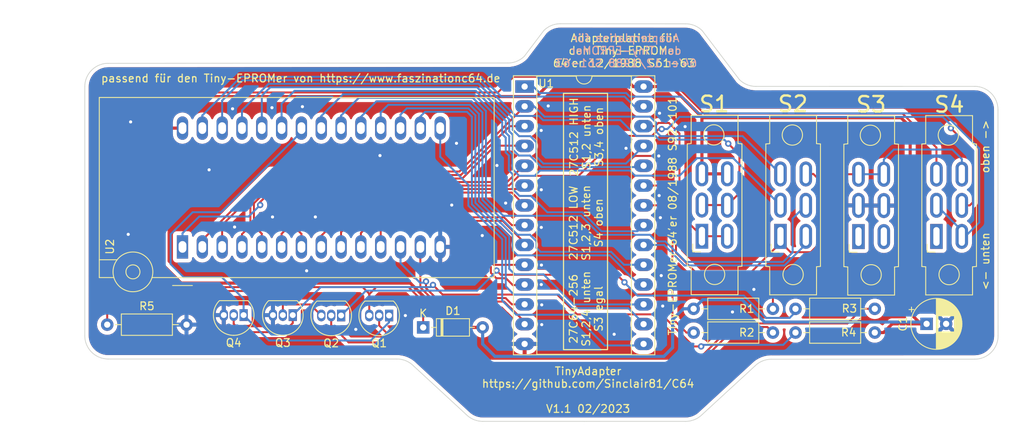
<source format=kicad_pcb>
(kicad_pcb (version 20211014) (generator pcbnew)
  (layers (0 "F.Cu" signal) (31 "B.Cu" signal) (34 "B.Paste" user) (35 "F.Paste" user) (36 "B.SilkS" user "B.Silkscreen") (37 "F.SilkS" user "F.Silkscreen") (38 "B.Mask" user) (39 "F.Mask" user) (44 "Edge.Cuts" user))
  (net 0 "")
  (net 1 "+5V")
  (net 2 "{slash}OE-512")
  (net 3 "Net-(Q2-Pad2)")
  (net 4 "Net-(Q2-Pad3)")
  (net 5 "Net-(Q2-Pad1)")
  (net 6 "GND")
  (net 7 "Net-(Q3-Pad1)")
  (net 8 "A13-256")
  (net 9 "A13-512")
  (net 10 "A11-256")
  (net 11 "A11-512")
  (net 12 "A12")
  (net 13 "{slash}CE-256")
  (net 14 "{slash}CE-512")
  (net 15 "S4B6")
  (net 16 "VPP-256")
  (net 17 "A15-512")
  (net 18 "D3")
  (net 19 "D4")
  (net 20 "A7")
  (net 21 "D5")
  (net 22 "A6")
  (net 23 "D6")
  (net 24 "A5")
  (net 25 "D7")
  (net 26 "A4")
  (net 27 "A3")
  (net 28 "A10")
  (net 29 "A2")
  (net 30 "{slash}OE-256")
  (net 31 "A1")
  (net 32 "A0")
  (net 33 "A9")
  (net 34 "D0")
  (net 35 "A8")
  (net 36 "D1")
  (net 37 "D2")
  (net 38 "A14")
  (net 39 "Net-(D1-Pad1)")
  (net 40 "Net-(Q1-Pad2)")
  (footprint "Resistor_THT:R_Axial_DIN0207_L6.3mm_D2.5mm_P10.16mm_Horizontal" (layer "F.Cu") (at 69.08032 107.8992)
    (fp_text reference "R5")
    (fp_text value "10k")
  )
  (footprint "Resistor_THT:R_Axial_DIN0207_L6.3mm_D2.5mm_P10.16mm_Horizontal" (layer "F.Cu") (at 167.4368 108.9152 180)
    (fp_text reference "R4")
    (fp_text value "10k")
  )
  (footprint "Package_TO_SOT_THT:TO-92_Inline" (layer "F.Cu") (at 92.85472 106.6756 180)
    (fp_text reference "Q3")
    (fp_text value "BC547")
  )
  (footprint "Resistor_THT:R_Axial_DIN0207_L6.3mm_D2.5mm_P10.16mm_Horizontal" (layer "F.Cu") (at 167.4368 105.8672 180)
    (fp_text reference "R3")
    (fp_text value "10k")
  )
  (footprint "Package_TO_SOT_THT:TO-92_Inline" (layer "F.Cu") (at 105.19912 106.722 180)
    (fp_text reference "Q1")
    (fp_text value "BC557")
  )
  (footprint "Capacitor_THT:CP_Radial_D6.3mm_P2.50mm" (layer "F.Cu") (at 174.077621 107.7976)
    (fp_text reference "C1")
    (fp_text value "10µF")
  )
  (footprint "Socket:DIP_Socket-28_W11.9_W12.7_W15.24_W17.78_W18.5_3M_228-1277-00-0602J-neu" (layer "F.Cu") (at 78.72592 97.9261 90)
    (fp_text reference "U2")
    (fp_text value "27C512")
  )
  (footprint "Package_TO_SOT_THT:TO-92_Inline" (layer "F.Cu") (at 86.55552 106.6712 180)
    (fp_text reference "Q4")
    (fp_text value "BC547")
  )
  (footprint "Package_TO_SOT_THT:TO-92_Inline" (layer "F.Cu") (at 99.05232 106.722 180)
    (fp_text reference "Q2")
    (fp_text value "BC547")
  )
  (footprint "Package_DIP:DIP-28_W15.24mm_Socket_LongPads" (layer "F.Cu") (at 122.56772 77.3534)
    (fp_text reference "U1")
    (fp_text value "27256")
  )
  (footprint "Button_Switch_THT:SW_E-Switch_EG1271_DPDT_neu" (layer "F.Cu") (at 176.9629 92.5815 90)
    (fp_text reference "S4")
    (fp_text value "SW_DPDT_x2")
  )
  (footprint "Button_Switch_THT:SW_E-Switch_EG1271_DPDT_neu" (layer "F.Cu") (at 146.9104 92.554 90)
    (fp_text reference "S1")
    (fp_text value "SW_DPDT_x2")
  )
  (footprint "Resistor_THT:R_Axial_DIN0207_L6.3mm_D2.5mm_P10.16mm_Horizontal" (layer "F.Cu") (at 154.3812 105.8672 180)
    (fp_text reference "R1")
    (fp_text value "1k")
  )
  (footprint "Button_Switch_THT:SW_E-Switch_EG1271_DPDT_neu" (layer "F.Cu") (at 166.9729 92.6015 90)
    (fp_text reference "S3")
    (fp_text value "SW_DPDT_x2")
  )
  (footprint "Resistor_THT:R_Axial_DIN0207_L6.3mm_D2.5mm_P10.16mm_Horizontal" (layer "F.Cu") (at 154.3812 108.9152 180)
    (fp_text reference "R2")
    (fp_text value "10k")
  )
  (footprint "Button_Switch_THT:SW_E-Switch_EG1271_DPDT_neu" (layer "F.Cu") (at 156.9729 92.5715 90)
    (fp_text reference "S2")
    (fp_text value "SW_DPDT_x2")
  )
  (footprint "Diode_THT:D_DO-35_SOD27_P7.62mm_Horizontal" (layer "F.Cu") (at 109.56792 108.2548)
    (fp_text reference "D1")
    (fp_text value "1N4148")
  )
  (gr_rect (start 127.55112 78.232) (end 133.18992 111.0996) (layer "F.SilkS") (width 0.15) (fill none))
  (gr_line (start 183.222435 80.326514) (end 183.238365 109.328286) (layer "Edge.Cuts") (width 0.1))
  (gr_arc (start 66.205584 77.3712) (mid 67.084264 75.24988) (end 69.205584 74.3712) (layer "Edge.Cuts") (width 0.1))
  (gr_line (start 120.41635 74.335083) (end 69.205584 74.3712) (layer "Edge.Cuts") (width 0.1))
  (gr_line (start 150.080912 76.453596) (end 145.321716 70.182692) (layer "Edge.Cuts") (width 0.1))
  (gr_line (start 115.079097 119.425329) (end 108.321822 113.182852) (layer "Edge.Cuts") (width 0.1))
  (gr_arc (start 106.200502 112.304172) (mid 107.348552 112.532533) (end 108.321822 113.182852) (layer "Edge.Cuts") (width 0.1))
  (gr_arc (start 183.238365 109.328286) (mid 182.359685 111.449606) (end 180.238365 112.328286) (layer "Edge.Cuts") (width 0.1))
  (gr_arc (start 143.200396 69.304012) (mid 144.348446 69.532373) (end 145.321716 70.182692) (layer "Edge.Cuts") (width 0.1))
  (gr_line (start 106.200502 112.304172) (end 69.204303 112.30474) (layer "Edge.Cuts") (width 0.1))
  (gr_line (start 152.067533 113.214054) (end 145.32172 119.42532) (layer "Edge.Cuts") (width 0.1))
  (gr_arc (start 69.204303 112.30474) (mid 67.082983 111.42606) (end 66.204303 109.30474) (layer "Edge.Cuts") (width 0.1))
  (gr_arc (start 125.020464 70.173831) (mid 125.993734 69.523512) (end 127.141784 69.295151) (layer "Edge.Cuts") (width 0.1))
  (gr_line (start 143.200396 69.304012) (end 127.141784 69.295151) (layer "Edge.Cuts") (width 0.1))
  (gr_arc (start 117.200417 120.304009) (mid 116.052367 120.075648) (end 115.079097 119.425329) (layer "Edge.Cuts") (width 0.1))
  (gr_line (start 130.2004 120.304) (end 117.2004 120.304) (layer "Edge.Cuts") (width 0.1))
  (gr_arc (start 122.53767 73.456403) (mid 121.5644 74.106722) (end 120.41635 74.335083) (layer "Edge.Cuts") (width 0.1))
  (gr_arc (start 152.067533 113.214054) (mid 153.040803 112.563736) (end 154.188853 112.335374) (layer "Edge.Cuts") (width 0.1))
  (gr_line (start 180.238365 112.328286) (end 154.188853 112.335374) (layer "Edge.Cuts") (width 0.1))
  (gr_arc (start 145.32172 119.42532) (mid 144.34845 120.075638) (end 143.2004 120.304) (layer "Edge.Cuts") (width 0.1))
  (gr_line (start 180.222435 77.326514) (end 152.202232 77.332276) (layer "Edge.Cuts") (width 0.1))
  (gr_line (start 130.2004 120.304) (end 143.2004 120.304) (layer "Edge.Cuts") (width 0.1))
  (gr_arc (start 152.202232 77.332276) (mid 151.054182 77.103915) (end 150.080912 76.453596) (layer "Edge.Cuts") (width 0.1))
  (gr_arc (start 180.222435 77.326514) (mid 182.343755 78.205194) (end 183.222435 80.326514) (layer "Edge.Cuts") (width 0.1))
  (gr_line (start 125.020464 70.173831) (end 122.53767 73.456403) (layer "Edge.Cuts") (width 0.1))
  (gr_line (start 66.205584 77.3712) (end 66.204303 109.30474) (layer "Edge.Cuts") (width 0.1))
  (gr_text "Adapterplatine für\nden Tiny-EPROMer\n64'er 12/1988 S61-63" (at 135.5852 72.7456) (layer "B.SilkS") (effects (font (size 1 1)) (justify mirror)))
  (gr_text "Tiny-EPROMer 64'er 08/1988 S92-101" (at 141.5288 93.98 90) (layer "F.SilkS") (effects (font (size 1 1))))
  (gr_text "27C64-256\nS1,2,4 unten\nS3 egal" (at 130.44672 105.8672 90) (layer "F.SilkS") (effects (font (size 1 1))))
  (gr_text "Adapterplatine für\nden Tiny-EPROMer\n64'er 12/1988 S61-63" (at 135.2804 72.7456) (layer "F.SilkS") (effects (font (size 1 1))))
  (gr_text "TinyAdapter\nhttps://github.com/Sinclair81/C64\n\nV1.1 02/2023" (at 130.7004 116.2812) (layer "F.SilkS") (effects (font (size 1 1))))
  (gr_text "27C512 LOW\nS1,2,3 unten\nS4 oben" (at 130.44672 94.8436 90) (layer "F.SilkS") (effects (font (size 1 1))))
  (gr_text "passend für den Tiny-EPROMer von https://www.faszinationc64.de" (at 93.8784 76.3016) (layer "F.SilkS") (effects (font (size 1 1))))
  (gr_text "<- unten          oben ->" (at 181.61 92.5576 90) (layer "F.SilkS") (effects (font (size 1 1))))
  (gr_text "27C512 HIGH\nS1,2 unten\nS3,4 oben" (at 130.49752 83.82 90) (layer "F.SilkS") (effects (font (size 1 1))))
  (segment (start 145.2854 88.554) (end 148.5354 88.554) (width 0.4) (layer "F.Cu") (net 1))
  (segment (start 135.74644 76.62292) (end 126.097222 76.62292) (width 0.4) (layer "F.Cu") (net 1))
  (segment (start 141.373936 77.3534) (end 137.80772 77.3534) (width 0.4) (layer "F.Cu") (net 1))
  (segment (start 113.601336 108.2548) (end 117.18792 108.2548) (width 0.4) (layer "F.Cu") (net 1))
  (segment (start 78.72592 82.6861) (end 76.10492 82.6861) (width 0.4) (layer "F.Cu") (net 1))
  (segment (start 174.077621 107.7976) (end 173.3296 107.7976) (width 0.4) (layer "F.Cu") (net 1))
  (segment (start 145.2854 81.264864) (end 145.2854 88.554) (width 0.4) (layer "F.Cu") (net 1))
  (segment (start 76.1104 80.845784) (end 76.1104 82.68062) (width 0.4) (layer "F.Cu") (net 1))
  (segment (start 145.374536 81.354) (end 143.154536 79.134) (width 0.4) (layer "F.Cu") (net 1))
  (segment (start 137.80772 77.3534) (end 136.47692 77.3534) (width 0.4) (layer "F.Cu") (net 1))
  (segment (start 173.3296 107.7976) (end 171.9704 106.4384) (width 0.4) (layer "F.Cu") (net 1))
  (segment (start 171.9704 82.534) (end 170.7904 81.354) (width 0.4) (layer "F.Cu") (net 1))
  (segment (start 107.911736 102.5652) (end 113.601336 108.2548) (width 0.4) (layer "F.Cu") (net 1))
  (segment (start 174.077621 107.7976) (end 169.672 107.7976) (width 0.4) (layer "F.Cu") (net 1))
  (segment (start 136.47692 77.3534) (end 135.74644 76.62292) (width 0.4) (layer "F.Cu") (net 1))
  (segment (start 78.553384 102.5652) (end 107.911736 102.5652) (width 0.4) (layer "F.Cu") (net 1))
  (segment (start 76.10492 82.6861) (end 76.10492 100.116736) (width 0.4) (layer "F.Cu") (net 1))
  (segment (start 76.1104 82.68062) (end 76.10492 82.6861) (width 0.4) (layer "F.Cu") (net 1))
  (segment (start 169.672 107.7976) (end 168.5544 108.9152) (width 0.4) (layer "F.Cu") (net 1))
  (segment (start 126.097222 76.62292) (end 124.081742 78.6384) (width 0.4) (layer "F.Cu") (net 1))
  (segment (start 171.9704 106.4384) (end 171.9704 82.534) (width 0.4) (layer "F.Cu") (net 1))
  (segment (start 78.317784 78.6384) (end 76.1104 80.845784) (width 0.4) (layer "F.Cu") (net 1))
  (segment (start 124.081742 78.6384) (end 78.317784 78.6384) (width 0.4) (layer "F.Cu") (net 1))
  (segment (start 76.10492 100.116736) (end 78.553384 102.5652) (width 0.4) (layer "F.Cu") (net 1))
  (segment (start 143.154536 79.134) (end 145.2854 81.264864) (width 0.4) (layer "F.Cu") (net 1))
  (segment (start 170.7904 81.354) (end 145.374536 81.354) (width 0.4) (layer "F.Cu") (net 1))
  (segment (start 168.5544 108.9152) (end 167.4368 108.9152) (width 0.4) (layer "F.Cu") (net 1))
  (segment (start 143.154536 79.134) (end 141.373936 77.3534) (width 0.4) (layer "F.Cu") (net 1))
  (segment (start 174.077621 107.7976) (end 173.840141 107.56012) (width 0.4) (layer "B.Cu") (net 1))
  (segment (start 142.9004 105.8672) (end 144.2212 105.8672) (width 0.4) (layer "B.Cu") (net 1))
  (segment (start 173.840141 107.56012) (end 153.300336 107.56012) (width 0.4) (layer "B.Cu") (net 1))
  (segment (start 117.18792 108.2548) (end 117.18792 110.3884) (width 0.4) (layer "B.Cu") (net 1))
  (segment (start 118.76272 111.9632) (end 140.4112 111.9632) (width 0.4) (layer "B.Cu") (net 1))
  (segment (start 153.300336 107.56012) (end 150.439016 104.6988) (width 0.4) (layer "B.Cu") (net 1))
  (segment (start 117.18792 110.3884) (end 118.76272 111.9632) (width 0.4) (layer "B.Cu") (net 1))
  (segment (start 145.3896 104.6988) (end 144.2212 105.8672) (width 0.4) (layer "B.Cu") (net 1))
  (segment (start 140.4112 111.9632) (end 141.5288 110.8456) (width 0.4) (layer "B.Cu") (net 1))
  (segment (start 141.5288 107.2388) (end 142.9004 105.8672) (width 0.4) (layer "B.Cu") (net 1))
  (segment (start 150.439016 104.6988) (end 145.3896 104.6988) (width 0.4) (layer "B.Cu") (net 1))
  (segment (start 141.5288 110.8456) (end 141.5288 107.2388) (width 0.4) (layer "B.Cu") (net 1))
  (segment (start 77.20832 96.29608) (end 77.20832 100.1268) (width 0.25) (layer "B.Cu") (net 2))
  (segment (start 86.55552 104.5972) (end 86.55552 106.6712) (width 0.25) (layer "B.Cu") (net 2))
  (segment (start 83.76152 101.8032) (end 86.55552 104.5972) (width 0.25) (layer "B.Cu") (net 2))
  (segment (start 105.19912 107.5944) (end 105.19912 106.722) (width 0.25) (layer "B.Cu") (net 2))
  (segment (start 77.20832 100.1268) (end 78.88472 101.8032) (width 0.25) (layer "B.Cu") (net 2))
  (segment (start 86.55552 106.68) (end 89.80672 109.9312) (width 0.25) (layer "B.Cu") (net 2))
  (segment (start 102.86232 109.9312) (end 105.19912 107.5944) (width 0.25) (layer "B.Cu") (net 2))
  (segment (start 80.0324 93.472) (end 77.20832 96.29608) (width 0.25) (layer "B.Cu") (net 2))
  (segment (start 83.65992 93.472) (end 80.0324 93.472) (width 0.25) (layer "B.Cu") (net 2))
  (segment (start 93.96592 82.6861) (end 93.96592 83.166) (width 0.25) (layer "B.Cu") (net 2))
  (segment (start 93.96592 83.166) (end 83.65992 93.472) (width 0.25) (layer "B.Cu") (net 2))
  (segment (start 78.88472 101.8032) (end 83.76152 101.8032) (width 0.25) (layer "B.Cu") (net 2))
  (segment (start 89.80672 109.9312) (end 102.86232 109.9312) (width 0.25) (layer "B.Cu") (net 2))
  (segment (start 86.55552 106.6712) (end 86.55552 106.68) (width 0.25) (layer "B.Cu") (net 2))
  (segment (start 112.632923 113.47952) (end 144.348918 113.47952) (width 0.25) (layer "F.Cu") (net 3))
  (segment (start 109.330922 110.17752) (end 112.632923 113.47952) (width 0.25) (layer "F.Cu") (net 3))
  (segment (start 149.632118 108.19632) (end 153.66232 108.19632) (width 0.25) (layer "F.Cu") (net 3))
  (segment (start 97.78232 107.95) (end 100.00984 110.17752) (width 0.25) (layer "F.Cu") (net 3))
  (segment (start 144.348918 113.47952) (end 149.632118 108.19632) (width 0.25) (layer "F.Cu") (net 3))
  (segment (start 100.00984 110.17752) (end 109.330922 110.17752) (width 0.25) (layer "F.Cu") (net 3))
  (segment (start 97.78232 106.722) (end 97.78232 107.95) (width 0.25) (layer "F.Cu") (net 3))
  (segment (start 153.66232 108.19632) (end 154.3812 108.9152) (width 0.25) (layer "F.Cu") (net 3))
  (segment (start 91.58472 105.3084) (end 91.58472 106.6756) (width 0.25) (layer "F.Cu") (net 4))
  (segment (start 89.85752 103.5812) (end 91.58472 105.3084) (width 0.25) (layer "F.Cu") (net 4))
  (segment (start 72.07752 103.5812) (end 89.85752 103.5812) (width 0.25) (layer "F.Cu") (net 4))
  (segment (start 69.08032 107.8992) (end 69.08032 106.5784) (width 0.25) (layer "F.Cu") (net 4))
  (segment (start 91.58472 105.3084) (end 95.09872 105.3084) (width 0.25) (layer "F.Cu") (net 4))
  (segment (start 69.08032 106.5784) (end 72.07752 103.5812) (width 0.25) (layer "F.Cu") (net 4))
  (segment (start 95.09872 105.3084) (end 96.51232 106.722) (width 0.25) (layer "F.Cu") (net 4))
  (segment (start 119.51564 101.4984) (end 118.97014 100.9529) (width 0.25) (layer "F.Cu") (net 5))
  (segment (start 135.3604 102.464) (end 134.3948 101.4984) (width 0.25) (layer "F.Cu") (net 5))
  (segment (start 134.3948 101.4984) (end 119.51564 101.4984) (width 0.25) (layer "F.Cu") (net 5))
  (via (at 118.97014 100.9529) (size 0.8) (drill 0.4) (layers "F.Cu" "B.Cu") (net 5))
  (via (at 135.3604 102.464) (size 0.8) (drill 0.4) (layers "F.Cu" "B.Cu") (net 5))
  (segment (start 118.97014 100.9529) (end 118.97014 101.03698) (width 0.25) (layer "B.Cu") (net 5))
  (segment (start 116.47672 103.5304) (end 102.24392 103.5304) (width 0.25) (layer "B.Cu") (net 5))
  (segment (start 135.3604 102.50048) (end 137.0288 104.16888) (width 0.25) (layer "B.Cu") (net 5))
  (segment (start 153.5176 107.0356) (end 156.5188 107.0356) (width 0.25) (layer "B.Cu") (net 5))
  (segment (start 102.24392 103.5304) (end 99.05232 106.722) (width 0.25) (layer "B.Cu") (net 5))
  (segment (start 118.97014 101.03698) (end 116.47672 103.5304) (width 0.25) (layer "B.Cu") (net 5))
  (segment (start 150.65088 104.16888) (end 153.5176 107.0356) (width 0.25) (layer "B.Cu") (net 5))
  (segment (start 135.3604 102.464) (end 135.3604 102.50048) (width 0.25) (layer "B.Cu") (net 5))
  (segment (start 156.5188 107.0356) (end 157.2404 106.314) (width 0.25) (layer "B.Cu") (net 5))
  (segment (start 137.0288 104.16888) (end 150.65088 104.16888) (width 0.25) (layer "B.Cu") (net 5))
  (segment (start 140.2588 105.5116) (end 140.2588 105.3424) (width 0.25) (layer "F.Cu") (net 6))
  (segment (start 136.7604 86.254) (end 135.7804 85.274) (width 0.25) (layer "F.Cu") (net 6))
  (segment (start 140.2588 105.3424) (end 138.9504 104.034) (width 0.25) (layer "F.Cu") (net 6))
  (segment (start 139.7508 86.2584) (end 139.7464 86.254) (width 0.25) (layer "F.Cu") (net 6))
  (segment (start 139.7464 86.254) (end 136.7604 86.254) (width 0.25) (layer "F.Cu") (net 6))
  (segment (start 129.1504 102.754) (end 124.7004 102.754) (width 0.25) (layer "F.Cu") (net 6))
  (segment (start 124.5804 93.924) (end 124.7004 94.044) (width 0.25) (layer "F.Cu") (net 6))
  (segment (start 120.13432 92.3036) (end 120.13432 92.80792) (width 0.25) (layer "F.Cu") (net 6))
  (segment (start 138.9504 104.034) (end 130.4304 104.034) (width 0.25) (layer "F.Cu") (net 6))
  (segment (start 130.4304 104.034) (end 129.1504 102.754) (width 0.25) (layer "F.Cu") (net 6))
  (segment (start 135.7804 85.274) (end 135.5604 85.274) (width 0.25) (layer "F.Cu") (net 6))
  (segment (start 121.2504 93.924) (end 124.5804 93.924) (width 0.25) (layer "F.Cu") (net 6))
  (segment (start 124.7004 94.044) (end 124.7004 95.424) (width 0.25) (layer "F.Cu") (net 6))
  (segment (start 120.13432 92.80792) (end 121.2504 93.924) (width 0.25) (layer "F.Cu") (net 6))
  (via (at 124.7004 102.754) (size 0.8) (drill 0.4) (layers "F.Cu" "B.Cu") (net 6))
  (via (at 139.7508 86.2584) (size 0.8) (drill 0.4) (layers "F.Cu" "B.Cu") (net 6))
  (via (at 139.9604 94.174) (size 0.8) (drill 0.4) (layers "F.Cu" "B.Cu") (net 6))
  (via (at 139.8524 80.772) (size 0.8) (drill 0.4) (layers "F.Cu" "B.Cu") (net 6))
  (via (at 113.83512 84.6328) (size 0.8) (drill 0.4) (layers "F.Cu" "B.Cu") (net 6))
  (via (at 124.7204 100.254) (size 0.8) (drill 0.4) (layers "F.Cu" "B.Cu") (net 6))
  (via (at 82.13592 88.0364) (size 0.8) (drill 0.4) (layers "F.Cu" "B.Cu") (net 6))
  (via (at 125.5904 79.844) (size 0.8) (drill 0.4) (layers "F.Cu" "B.Cu") (net 6))
  (via (at 135.5604 85.274) (size 0.8) (drill 0.4) (layers "F.Cu" "B.Cu") (net 6))
  (via (at 149.1996 106.2736) (size 0.8) (drill 0.4) (layers "F.Cu" "B.Cu") (net 6))
  (via (at 124.6904 82.984) (size 0.8) (drill 0.4) (layers "F.Cu" "B.Cu") (net 6))
  (via (at 113.22552 92.5576) (size 0.8) (drill 0.4) (layers "F.Cu" "B.Cu") (net 6))
  (via (at 151.9428 103.378) (size 0.8) (drill 0.4) (layers "F.Cu" "B.Cu") (net 6))
  (via (at 117.13712 96.4692) (size 0.8) (drill 0.4) (layers "F.Cu" "B.Cu") (net 6))
  (via (at 104.03072 86.2076) (size 0.8) (drill 0.4) (layers "F.Cu" "B.Cu") (net 6))
  (via (at 124.75712 105.3592) (size 0.8) (drill 0.4) (layers "F.Cu" "B.Cu") (net 6))
  (via (at 140.2588 105.5116) (size 0.8) (drill 0.4) (layers "F.Cu" "B.Cu") (net 6))
  (via (at 85.4004 95.374) (size 0.8) (drill 0.4) (layers "F.Cu" "B.Cu") (net 6))
  (via (at 143.1304 82.494) (size 0.8) (drill 0.4) (layers "F.Cu" "B.Cu") (net 6))
  (via (at 94.63272 100.9904) (size 0.8) (drill 0.4) (layers "F.Cu" "B.Cu") (net 6))
  (via (at 71.77272 96.3168) (size 0.8) (drill 0.4) (layers "F.Cu" "B.Cu") (net 6))
  (via (at 90.1904 80.064) (size 0.8) (drill 0.4) (layers "F.Cu" "B.Cu") (net 6))
  (via (at 90.2604 94.084) (size 0.8) (drill 0.4) (layers "F.Cu" "B.Cu") (net 6))
  (via (at 120.13432 92.3036) (size 0.8) (drill 0.4) (layers "F.Cu" "B.Cu") (net 6))
  (via (at 119.01672 87.4776) (size 0.8) (drill 0.4) (layers "F.Cu" "B.Cu") (net 6))
  (via (at 85.1404 80.204) (size 0.8) (drill 0.4) (layers "F.Cu" "B.Cu") (net 6))
  (via (at 139.8016 91.3384) (size 0.8) (drill 0.4) (layers "F.Cu" "B.Cu") (net 6))
  (via (at 107.28192 106.7308) (size 0.8) (drill 0.4) (layers "F.Cu" "B.Cu") (net 6))
  (via (at 140.0704 101.604) (size 0.8) (drill 0.4) (layers "F.Cu" "B.Cu") (net 6))
  (via (at 94.0904 79.934) (size 0.8) (drill 0.4) (layers "F.Cu" "B.Cu") (net 6))
  (via (at 124.7004 95.424) (size 0.8) (drill 0.4) (layers "F.Cu" "B.Cu") (net 6))
  (via (at 72.07752 81.8896) (size 0.8) (drill 0.4) (layers "F.Cu" "B.Cu") (net 6))
  (via (at 134.0404 109.134) (size 0.8) (drill 0.4) (layers "F.Cu" "B.Cu") (net 6))
  (via (at 95.75032 94.0816) (size 0.8) (drill 0.4) (layers "F.Cu" "B.Cu") (net 6))
  (via (at 100.93192 108.5088) (size 0.8) (drill 0.4) (layers "F.Cu" "B.Cu") (net 6))
  (via (at 124.7004 90.594) (size 0.8) (drill 0.4) (layers "F.Cu" "B.Cu") (net 6))
  (via (at 124.75712 107.8992) (size 0.8) (drill 0.4) (layers "F.Cu" "B.Cu") (net 6))
  (segment (start 140.1064 106.5784) (end 129.27832 106.5784) (width 0.25) (layer "F.Cu") (net 7))
  (segment (start 91.68632 108.8644) (end 86.35232 108.8644) (width 0.25) (layer "F.Cu") (net 7))
  (segment (start 145.1864 110.6932) (end 144.2212 110.6932) (width 0.25) (layer "F.Cu") (net 7))
  (segment (start 126.73832 104.0384) (end 112.05648 104.0384) (width 0.25) (layer "F.Cu") (net 7))
  (segment (start 86.35232 108.8644) (end 85.28552 107.7976) (width 0.25) (layer "F.Cu") (net 7))
  (segment (start 92.85472 106.6756) (end 92.85472 107.696) (width 0.25) (layer "F.Cu") (net 7))
  (segment (start 85.28552 107.7976) (end 85.28552 106.6712) (width 0.25) (layer "F.Cu") (net 7))
  (segment (start 144.2212 110.6932) (end 140.1064 106.5784) (width 0.25) (layer "F.Cu") (net 7))
  (segment (start 129.27832 106.5784) (end 126.73832 104.0384) (width 0.25) (layer "F.Cu") (net 7))
  (segment (start 92.85472 107.696) (end 91.68632 108.8644) (width 0.25) (layer "F.Cu") (net 7))
  (segment (start 112.05648 104.0384) (end 110.82398 102.8059) (width 0.25) (layer "F.Cu") (net 7))
  (via (at 110.82398 102.8059) (size 0.8) (drill 0.4) (layers "F.Cu" "B.Cu") (net 7))
  (via (at 145.1864 110.6932) (size 0.8) (drill 0.4) (layers "F.Cu" "B.Cu") (net 7))
  (segment (start 145.1864 110.6932) (end 145.3896 110.49) (width 0.25) (layer "B.Cu") (net 7))
  (segment (start 96.44944 103.08088) (end 92.85472 106.6756) (width 0.25) (layer "B.Cu") (net 7))
  (segment (start 110.82398 102.8059) (end 110.549 103.08088) (width 0.25) (layer "B.Cu") (net 7))
  (segment (start 145.3896 110.49) (end 155.702 110.49) (width 0.25) (layer "B.Cu") (net 7))
  (segment (start 155.702 110.49) (end 157.2768 108.9152) (width 0.25) (layer "B.Cu") (net 7))
  (segment (start 110.549 103.08088) (end 96.44944 103.08088) (width 0.25) (layer "B.Cu") (net 7))
  (segment (start 139.281 82.4334) (end 139.6904 82.024) (width 0.25) (layer "F.Cu") (net 8))
  (segment (start 145.2854 96.554) (end 148.5354 96.554) (width 0.25) (layer "F.Cu") (net 8))
  (segment (start 139.6904 82.024) (end 141.0604 82.024) (width 0.25) (layer "F.Cu") (net 8))
  (segment (start 137.80772 82.4334) (end 139.281 82.4334) (width 0.25) (layer "F.Cu") (net 8))
  (segment (start 141.0604 82.024) (end 142.40944 83.37304) (width 0.25) (layer "F.Cu") (net 8))
  (segment (start 142.40944 93.67804) (end 145.2854 96.554) (width 0.25) (layer "F.Cu") (net 8))
  (segment (start 142.40944 83.37304) (end 142.40944 93.67804) (width 0.25) (layer "F.Cu") (net 8))
  (segment (start 148.5154 92.554) (end 148.5354 92.574) (width 0.25) (layer "F.Cu") (net 9))
  (segment (start 148.6604 84.674) (end 150.0904 86.104) (width 0.25) (layer "F.Cu") (net 9))
  (segment (start 150.0904 86.104) (end 150.0904 91.019) (width 0.25) (layer "F.Cu") (net 9))
  (segment (start 150.0904 91.019) (end 148.5354 92.574) (width 0.25) (layer "F.Cu") (net 9))
  (segment (start 145.2854 92.554) (end 148.5154 92.554) (width 0.25) (layer "F.Cu") (net 9))
  (via (at 148.6604 84.674) (size 0.8) (drill 0.4) (layers "F.Cu" "B.Cu") (net 9))
  (segment (start 136.8804 83.694) (end 139.334682 83.694) (width 0.25) (layer "B.Cu") (net 9))
  (segment (start 124.924203 81.66352) (end 134.84992 81.66352) (width 0.25) (layer "B.Cu") (net 9))
  (segment (start 121.429002 81.1276) (end 124.388282 81.1276) (width 0.25) (layer "B.Cu") (net 9))
  (segment (start 134.84992 81.66352) (end 136.8804 83.694) (width 0.25) (layer "B.Cu") (net 9))
  (segment (start 83.80592 82.6861) (end 83.80592 79.154198) (width 0.25) (layer "B.Cu") (net 9))
  (segment (start 86.412198 76.54792) (end 116.849322 76.54792) (width 0.25) (layer "B.Cu") (net 9))
  (segment (start 139.804202 84.16352) (end 148.14992 84.16352) (width 0.25) (layer "B.Cu") (net 9))
  (segment (start 83.80592 79.154198) (end 86.412198 76.54792) (width 0.25) (layer "B.Cu") (net 9))
  (segment (start 139.334682 83.694) (end 139.804202 84.16352) (width 0.25) (layer "B.Cu") (net 9))
  (segment (start 124.388282 81.1276) (end 124.924203 81.66352) (width 0.25) (layer "B.Cu") (net 9))
  (segment (start 116.849322 76.54792) (end 121.429002 81.1276) (width 0.25) (layer "B.Cu") (net 9))
  (segment (start 148.14992 84.16352) (end 148.6604 84.674) (width 0.25) (layer "B.Cu") (net 9))
  (segment (start 160.0704 89.074) (end 160.0704 97.764) (width 0.25) (layer "F.Cu") (net 10))
  (segment (start 159.5679 88.5715) (end 160.0704 89.074) (width 0.25) (layer "F.Cu") (net 10))
  (segment (start 160.0704 97.764) (end 159.2304 98.604) (width 0.25) (layer "F.Cu") (net 10))
  (segment (start 155.3479 97.3015) (end 155.3479 96.5715) (width 0.25) (layer "F.Cu") (net 10))
  (segment (start 156.6504 98.604) (end 155.3479 97.3015) (width 0.25) (layer "F.Cu") (net 10))
  (segment (start 151.2304 101.524) (end 155.3479 97.4065) (width 0.25) (layer "F.Cu") (net 10))
  (segment (start 141.95992 90.81352) (end 141.95992 98.66352) (width 0.25) (layer "F.Cu") (net 10))
  (segment (start 144.8204 101.524) (end 151.2304 101.524) (width 0.25) (layer "F.Cu") (net 10))
  (segment (start 137.80772 90.0534) (end 141.1998 90.0534) (width 0.25) (layer "F.Cu") (net 10))
  (segment (start 159.2304 98.604) (end 156.6504 98.604) (width 0.25) (layer "F.Cu") (net 10))
  (segment (start 155.3479 97.4065) (end 155.3479 96.5715) (width 0.25) (layer "F.Cu") (net 10))
  (segment (start 158.5979 88.5715) (end 159.5679 88.5715) (width 0.25) (layer "F.Cu") (net 10))
  (segment (start 141.95992 98.66352) (end 144.8204 101.524) (width 0.25) (layer "F.Cu") (net 10))
  (segment (start 141.1998 90.0534) (end 141.95992 90.81352) (width 0.25) (layer "F.Cu") (net 10))
  (segment (start 124.539234 88.13032) (end 123.871154 88.7984) (width 0.25) (layer "B.Cu") (net 11))
  (segment (start 155.3479 92.5715) (end 155.3279 92.5715) (width 0.25) (layer "B.Cu") (net 11))
  (segment (start 149.2904 86.534) (end 144.6704 86.534) (width 0.25) (layer "B.Cu") (net 11))
  (segment (start 91.42592 79.5592) (end 91.42592 82.6861) (width 0.25) (layer "B.Cu") (net 11))
  (segment (start 120.14416 83.271587) (end 120.14416 81.749912) (width 0.25) (layer "B.Cu") (net 11))
  (segment (start 136.7004 88.784) (end 136.04672 88.13032) (width 0.25) (layer "B.Cu") (net 11))
  (segment (start 120.99792 87.9348) (end 120.99792 86.029629) (width 0.25) (layer "B.Cu") (net 11))
  (segment (start 121.86152 88.7984) (end 120.99792 87.9348) (width 0.25) (layer "B.Cu") (net 11))
  (segment (start 136.04672 88.13032) (end 124.539234 88.13032) (width 0.25) (layer "B.Cu") (net 11))
  (segment (start 142.4204 88.784) (end 136.7004 88.784) (width 0.25) (layer "B.Cu") (net 11))
  (segment (start 120.59368 83.721107) (end 120.14416 83.271587) (width 0.25) (layer "B.Cu") (net 11))
  (segment (start 144.6704 86.534) (end 142.4204 88.784) (width 0.25) (layer "B.Cu") (net 11))
  (segment (start 123.871154 88.7984) (end 121.86152 88.7984) (width 0.25) (layer "B.Cu") (net 11))
  (segment (start 120.59368 85.625389) (end 120.59368 83.721107) (width 0.25) (layer "B.Cu") (net 11))
  (segment (start 120.99792 86.029629) (end 120.59368 85.625389) (width 0.25) (layer "B.Cu") (net 11))
  (segment (start 120.14416 81.749912) (end 116.290728 77.89648) (width 0.25) (layer "B.Cu") (net 11))
  (segment (start 155.3279 92.5715) (end 149.2904 86.534) (width 0.25) (layer "B.Cu") (net 11))
  (segment (start 116.290728 77.89648) (end 93.08864 77.89648) (width 0.25) (layer "B.Cu") (net 11))
  (segment (start 93.08864 77.89648) (end 91.42592 79.5592) (width 0.25) (layer "B.Cu") (net 11))
  (segment (start 89.780242 88.518643) (end 81.26592 97.032965) (width 0.25) (layer "F.Cu") (net 12))
  (segment (start 90.043564 88.25532) (end 89.780242 88.518643) (width 0.25) (layer "F.Cu") (net 12))
  (segment (start 122.56772 79.8934) (end 122.56772 79.893402) (width 0.25) (layer "F.Cu") (net 12))
  (segment (start 122.56772 79.893402) (end 114.2058 88.25532) (width 0.25) (layer "F.Cu") (net 12))
  (segment (start 81.26592 97.032965) (end 81.26592 97.9261) (width 0.25) (layer "F.Cu") (net 12))
  (segment (start 114.2058 88.25532) (end 90.043564 88.25532) (width 0.25) (layer "F.Cu") (net 12))
  (segment (start 139.4104 83.134) (end 139.9904 83.714) (width 0.25) (layer "B.Cu") (net 12))
  (segment (start 123.7898 79.8934) (end 125.1104 81.214) (width 0.25) (layer "B.Cu") (net 12))
  (segment (start 150.4904 83.714) (end 155.3479 88.5715) (width 0.25) (layer "B.Cu") (net 12))
  (segment (start 122.56772 79.8934) (end 123.7898 79.8934) (width 0.25) (layer "B.Cu") (net 12))
  (segment (start 139.4104 81.984) (end 139.4104 83.134) (width 0.25) (layer "B.Cu") (net 12))
  (segment (start 125.1104 81.214) (end 138.6404 81.214) (width 0.25) (layer "B.Cu") (net 12))
  (segment (start 138.6404 81.214) (end 139.4104 81.984) (width 0.25) (layer "B.Cu") (net 12))
  (segment (start 139.9904 83.714) (end 150.4904 83.714) (width 0.25) (layer "B.Cu") (net 12))
  (segment (start 158.5979 96.5715) (end 158.5979 97.572217) (width 0.25) (layer "B.Cu") (net 13))
  (segment (start 140.424082 97.6734) (end 137.80772 97.6734) (width 0.25) (layer "B.Cu") (net 13))
  (segment (start 158.5979 97.572217) (end 155.866597 100.30352) (width 0.25) (layer "B.Cu") (net 13))
  (segment (start 143.054202 100.30352) (end 140.424082 97.6734) (width 0.25) (layer "B.Cu") (net 13))
  (segment (start 155.866597 100.30352) (end 143.054202 100.30352) (width 0.25) (layer "B.Cu") (net 13))
  (segment (start 132.22472 96.3676) (end 138.624 96.3676) (width 0.25) (layer "B.Cu") (net 14))
  (segment (start 156.9104 94.279) (end 158.5979 92.5915) (width 0.25) (layer "B.Cu") (net 14))
  (segment (start 117.60672 80.483908) (end 117.60672 91.7064) (width 0.25) (layer "B.Cu") (net 14))
  (segment (start 119.82952 93.9292) (end 129.78632 93.9292) (width 0.25) (layer "B.Cu") (net 14))
  (segment (start 101.32888 78.79552) (end 115.918332 78.79552) (width 0.25) (layer "B.Cu") (net 14))
  (segment (start 99.04592 81.07848) (end 101.32888 78.79552) (width 0.25) (layer "B.Cu") (net 14))
  (segment (start 155.6804 99.854) (end 156.9104 98.624) (width 0.25) (layer "B.Cu") (net 14))
  (segment (start 117.60672 91.7064) (end 119.82952 93.9292) (width 0.25) (layer "B.Cu") (net 14))
  (segment (start 140.610279 97.22388) (end 143.240399 99.854) (width 0.25) (layer "B.Cu") (net 14))
  (segment (start 138.624 96.3676) (end 139.48028 97.22388) (width 0.25) (layer "B.Cu") (net 14))
  (segment (start 143.240399 99.854) (end 155.6804 99.854) (width 0.25) (layer "B.Cu") (net 14))
  (segment (start 115.918332 78.79552) (end 117.60672 80.483908) (width 0.25) (layer "B.Cu") (net 14))
  (segment (start 129.78632 93.9292) (end 132.22472 96.3676) (width 0.25) (layer "B.Cu") (net 14))
  (segment (start 99.04592 82.6861) (end 99.04592 81.07848) (width 0.25) (layer "B.Cu") (net 14))
  (segment (start 139.48028 97.22388) (end 140.610279 97.22388) (width 0.25) (layer "B.Cu") (net 14))
  (segment (start 156.9104 98.624) (end 156.9104 94.279) (width 0.25) (layer "B.Cu") (net 14))
  (segment (start 154.3812 104.0892) (end 160.51992 97.95048) (width 0.25) (layer "F.Cu") (net 15))
  (segment (start 160.51992 91.60048) (end 163.5189 88.6015) (width 0.25) (layer "F.Cu") (net 15))
  (segment (start 163.5189 88.6015) (end 165.3479 88.6015) (width 0.25) (layer "F.Cu") (net 15))
  (segment (start 154.3812 105.8672) (end 154.3812 104.0892) (width 0.25) (layer "F.Cu") (net 15))
  (segment (start 160.51992 97.95048) (end 160.51992 91.60048) (width 0.25) (layer "F.Cu") (net 15))
  (segment (start 178.5879 86.6515) (end 177.3704 85.434) (width 0.25) (layer "B.Cu") (net 15))
  (segment (start 178.5879 88.5815) (end 178.5879 86.6515) (width 0.25) (layer "B.Cu") (net 15))
  (segment (start 168.5979 86.7065) (end 168.5979 88.6015) (width 0.25) (layer "B.Cu") (net 15))
  (segment (start 177.3704 85.434) (end 169.8704 85.434) (width 0.25) (layer "B.Cu") (net 15))
  (segment (start 169.8704 85.434) (end 168.5979 86.7065) (width 0.25) (layer "B.Cu") (net 15))
  (segment (start 168.5979 88.6015) (end 165.3479 88.6015) (width 0.25) (layer "B.Cu") (net 15))
  (segment (start 144.8404 80.794) (end 176.3204 80.794) (width 0.25) (layer "B.Cu") (net 16))
  (segment (start 122.56772 77.3534) (end 123.67532 77.3534) (width 0.25) (layer "B.Cu") (net 16))
  (segment (start 179.0329 96.5815) (end 178.5879 96.5815) (width 0.25) (layer "B.Cu") (net 16))
  (segment (start 178.5879 95.8315) (end 175.3379 92.5815) (width 0.25) (layer "B.Cu") (net 16))
  (segment (start 124.5108 78.18888) (end 135.5852 78.18888) (width 0.25) (layer "B.Cu") (net 16))
  (segment (start 180.8204 85.294) (end 180.8204 94.794) (width 0.25) (layer "B.Cu") (net 16))
  (segment (start 176.3204 80.794) (end 180.8204 85.294) (width 0.25) (layer "B.Cu") (net 16))
  (segment (start 142.6904 78.644) (end 144.8404 80.794) (width 0.25) (layer "B.Cu") (net 16))
  (segment (start 135.5852 78.18888) (end 136.04032 78.644) (width 0.25) (layer "B.Cu") (net 16))
  (segment (start 123.67532 77.3534) (end 124.5108 78.18888) (width 0.25) (layer "B.Cu") (net 16))
  (segment (start 136.04032 78.644) (end 142.6904 78.644) (width 0.25) (layer "B.Cu") (net 16))
  (segment (start 178.5879 96.5815) (end 178.5879 95.8315) (width 0.25) (layer "B.Cu") (net 16))
  (segment (start 180.8204 94.794) (end 179.0329 96.5815) (width 0.25) (layer "B.Cu") (net 16))
  (segment (start 121.826809 88.804) (end 120.577409 90.0534) (width 0.25) (layer "F.Cu") (net 17))
  (segment (start 90.788356 90.0534) (end 88.681078 92.160678) (width 0.25) (layer "F.Cu") (net 17))
  (segment (start 179.6029 92.6015) (end 178.5879 92.6015) (width 0.25) (layer "F.Cu") (net 17))
  (segment (start 140.1349 82.804) (end 139.7604 82.804) (width 0.25) (layer "F.Cu") (net 17))
  (segment (start 177.190351 82.688549) (end 177.190351 82.713951) (width 0.25) (layer "F.Cu") (net 17))
  (segment (start 139.7604 82.804) (end 138.8804 83.684) (width 0.25) (layer "F.Cu") (net 17))
  (segment (start 180.0004 85.524) (end 180.0004 92.204) (width 0.25) (layer "F.Cu") (net 17))
  (segment (start 177.190351 82.713951) (end 180.0004 85.524) (width 0.25) (layer "F.Cu") (net 17))
  (segment (start 134.6004 83.684) (end 129.4804 88.804) (width 0.25) (layer "F.Cu") (net 17))
  (segment (start 129.4804 88.804) (end 121.826809 88.804) (width 0.25) (layer "F.Cu") (net 17))
  (segment (start 180.0004 92.204) (end 179.6029 92.6015) (width 0.25) (layer "F.Cu") (net 17))
  (segment (start 138.8804 83.684) (end 134.6004 83.684) (width 0.25) (layer "F.Cu") (net 17))
  (segment (start 120.577409 90.0534) (end 90.788356 90.0534) (width 0.25) (layer "F.Cu") (net 17))
  (segment (start 88.681078 92.160678) (end 88.681078 92.549558) (width 0.25) (layer "F.Cu") (net 17))
  (via (at 88.681078 92.549558) (size 0.8) (drill 0.4) (layers "F.Cu" "B.Cu") (net 17))
  (via (at 140.1349 82.804) (size 0.8) (drill 0.4) (layers "F.Cu" "B.Cu") (net 17))
  (via (at 177.190351 82.688549) (size 0.8) (drill 0.4) (layers "F.Cu" "B.Cu") (net 17))
  (segment (start 80.86592 94.0308) (end 78.72592 96.1708) (width 0.25) (layer "B.Cu") (net 17))
  (segment (start 78.72592 96.1708) (end 78.72592 97.9261) (width 0.25) (layer "B.Cu") (net 17))
  (segment (start 140.1349 82.804) (end 140.8504 82.804) (width 0.25) (layer "B.Cu") (net 17))
  (segment (start 88.681078 92.549558) (end 87.199836 94.0308) (width 0.25) (layer "B.Cu") (net 17))
  (segment (start 176.134202 81.24352) (end 177.190351 82.299669) (width 0.25) (layer "B.Cu") (net 17))
  (segment (start 142.41088 81.24352) (end 176.134202 81.24352) (width 0.25) (layer "B.Cu") (net 17))
  (segment (start 87.199836 94.0308) (end 80.86592 94.0308) (width 0.25) (layer "B.Cu") (net 17))
  (segment (start 140.8504 82.804) (end 142.41088 81.24352) (width 0.25) (layer "B.Cu") (net 17))
  (segment (start 177.190351 82.299669) (end 177.190351 82.688549) (width 0.25) (layer "B.Cu") (net 17))
  (segment (start 137.613709 110.567411) (end 137.80772 110.3734) (width 0.25) (layer "B.Cu") (net 18))
  (segment (start 119.69464 96.946792) (end 119.69464 104.81792) (width 0.25) (layer "B.Cu") (net 18))
  (segment (start 121.50592 106.6292) (end 128.896601 106.6292) (width 0.25) (layer "B.Cu") (net 18))
  (segment (start 132.834812 110.567411) (end 137.613709 110.567411) (width 0.25) (layer "B.Cu") (net 18))
  (segment (start 111.74592 82.6861) (end 111.75232 82.6925) (width 0.25) (layer "B.Cu") (net 18))
  (segment (start 111.75232 82.6925) (end 111.75232 86.36) (width 0.25) (layer "B.Cu") (net 18))
  (segment (start 118.89853 96.1768) (end 118.924648 96.1768) (width 0.25) (layer "B.Cu") (net 18))
  (segment (start 118.924648 96.1768) (end 119.69464 96.946792) (width 0.25) (layer "B.Cu") (net 18))
  (segment (start 111.75232 86.36) (end 115.35912 89.9668) (width 0.25) (layer "B.Cu") (net 18))
  (segment (start 128.896601 106.6292) (end 132.834812 110.567411) (width 0.25) (layer "B.Cu") (net 18))
  (segment (start 115.35912 89.9668) (end 115.35912 92.63739) (width 0.25) (layer "B.Cu") (net 18))
  (segment (start 119.69464 104.81792) (end 121.50592 106.6292) (width 0.25) (layer "B.Cu") (net 18))
  (segment (start 115.35912 92.63739) (end 118.89853 96.1768) (width 0.25) (layer "B.Cu") (net 18))
  (segment (start 115.173541 80.5936) (end 115.80864 81.2287) (width 0.25) (layer "B.Cu") (net 19))
  (segment (start 135.83152 105.7656) (end 137.80772 107.7418) (width 0.25) (layer "B.Cu") (net 19))
  (segment (start 119.110846 95.72728) (end 120.14416 96.760594) (width 0.25) (layer "B.Cu") (net 19))
  (segment (start 120.14416 96.760594) (end 120.14416 102.98144) (width 0.25) (layer "B.Cu") (net 19))
  (segment (start 137.80772 107.7418) (end 137.80772 107.8334) (width 0.25) (layer "B.Cu") (net 19))
  (segment (start 109.20592 81.19848) (end 109.8108 80.5936) (width 0.25) (layer "B.Cu") (net 19))
  (segment (start 119.084728 95.72728) (end 119.110846 95.72728) (width 0.25) (layer "B.Cu") (net 19))
  (segment (start 115.80864 92.451192) (end 119.084728 95.72728) (width 0.25) (layer "B.Cu") (net 19))
  (segment (start 121.20112 104.0384) (end 126.941519 104.0384) (width 0.25) (layer "B.Cu") (net 19))
  (segment (start 126.941519 104.0384) (end 128.668719 105.7656) (width 0.25) (layer "B.Cu") (net 19))
  (segment (start 109.20592 82.6861) (end 109.20592 81.19848) (width 0.25) (layer "B.Cu") (net 19))
  (segment (start 128.668719 105.7656) (end 135.83152 105.7656) (width 0.25) (layer "B.Cu") (net 19))
  (segment (start 120.14416 102.98144) (end 121.20112 104.0384) (width 0.25) (layer "B.Cu") (net 19))
  (segment (start 115.80864 81.2287) (end 115.80864 92.451192) (width 0.25) (layer "B.Cu") (net 19))
  (segment (start 109.8108 80.5936) (end 115.173541 80.5936) (width 0.25) (layer "B.Cu") (net 19))
  (segment (start 114.391998 88.70484) (end 90.229762 88.70484) (width 0.25) (layer "F.Cu") (net 20))
  (segment (start 83.80592 95.128682) (end 83.80592 97.9261) (width 0.25) (layer "F.Cu") (net 20))
  (segment (start 120.663439 82.4334) (end 114.391998 88.70484) (width 0.25) (layer "F.Cu") (net 20))
  (segment (start 122.56772 82.4334) (end 120.663439 82.4334) (width 0.25) (layer "F.Cu") (net 20))
  (segment (start 90.229762 88.70484) (end 83.80592 95.128682) (width 0.25) (layer "F.Cu") (net 20))
  (segment (start 115.359738 80.14408) (end 116.25816 81.042503) (width 0.25) (layer "B.Cu") (net 21))
  (segment (start 121.30272 101.4476) (end 124.986437 101.4476) (width 0.25) (layer "B.Cu") (net 21))
  (segment (start 120.59368 96.574396) (end 120.59368 100.73856) (width 0.25) (layer "B.Cu") (net 21))
  (segment (start 128.847237 105.3084) (end 137.79272 105.3084) (width 0.25) (layer "B.Cu") (net 21))
  (segment (start 116.25816 92.264994) (end 119.270926 95.27776) (width 0.25) (layer "B.Cu") (net 21))
  (segment (start 107.47032 80.14408) (end 115.359738 80.14408) (width 0.25) (layer "B.Cu") (net 21))
  (segment (start 119.270926 95.27776) (end 119.297044 95.27776) (width 0.25) (layer "B.Cu") (net 21))
  (segment (start 106.66592 80.94848) (end 107.47032 80.14408) (width 0.25) (layer "B.Cu") (net 21))
  (segment (start 124.986437 101.4476) (end 128.847237 105.3084) (width 0.25) (layer "B.Cu") (net 21))
  (segment (start 120.59368 100.73856) (end 121.30272 101.4476) (width 0.25) (layer "B.Cu") (net 21))
  (segment (start 106.66592 82.6861) (end 106.66592 80.94848) (width 0.25) (layer "B.Cu") (net 21))
  (segment (start 119.297044 95.27776) (end 120.59368 96.574396) (width 0.25) (layer "B.Cu") (net 21))
  (segment (start 137.79272 105.3084) (end 137.80772 105.2934) (width 0.25) (layer "B.Cu") (net 21))
  (segment (start 116.25816 81.042503) (end 116.25816 92.264994) (width 0.25) (layer "B.Cu") (net 21))
  (segment (start 122.53192 84.9376) (end 118.794956 84.9376) (width 0.25) (layer "F.Cu") (net 22))
  (segment (start 90.41596 89.15436) (end 87.4268 92.143521) (width 0.25) (layer "F.Cu") (net 22))
  (segment (start 87.4268 92.143521) (end 87.4268 95.2076) (width 0.25) (layer "F.Cu") (net 22))
  (segment (start 122.56772 84.9734) (end 122.53192 84.9376) (width 0.25) (layer "F.Cu") (net 22))
  (segment (start 86.34592 96.28848) (end 86.34592 97.9261) (width 0.25) (layer "F.Cu") (net 22))
  (segment (start 87.4268 95.2076) (end 86.34592 96.28848) (width 0.25) (layer "F.Cu") (net 22))
  (segment (start 114.578196 89.15436) (end 90.41596 89.15436) (width 0.25) (layer "F.Cu") (net 22))
  (segment (start 118.794956 84.9376) (end 114.578196 89.15436) (width 0.25) (layer "F.Cu") (net 22))
  (segment (start 115.545936 79.694561) (end 116.70768 80.856306) (width 0.25) (layer "B.Cu") (net 23))
  (segment (start 104.12592 80.65848) (end 105.089839 79.694561) (width 0.25) (layer "B.Cu") (net 23))
  (segment (start 119.483242 94.82824) (end 121.0432 96.388198) (width 0.25) (layer "B.Cu") (net 23))
  (segment (start 105.089839 79.694561) (end 115.545936 79.694561) (width 0.25) (layer "B.Cu") (net 23))
  (segment (start 121.65832 99.0092) (end 133.468602 99.0092) (width 0.25) (layer "B.Cu") (net 23))
  (segment (start 116.70768 80.856306) (end 116.70768 92.078796) (width 0.25) (layer "B.Cu") (net 23))
  (segment (start 116.70768 92.078796) (end 119.457124 94.82824) (width 0.25) (layer "B.Cu") (net 23))
  (segment (start 119.457124 94.82824) (end 119.483242 94.82824) (width 0.25) (layer "B.Cu") (net 23))
  (segment (start 104.12592 82.6861) (end 104.12592 80.65848) (width 0.25) (layer "B.Cu") (net 23))
  (segment (start 133.468602 99.0092) (end 137.212802 102.7534) (width 0.25) (layer "B.Cu") (net 23))
  (segment (start 121.0432 98.39408) (end 121.65832 99.0092) (width 0.25) (layer "B.Cu") (net 23))
  (segment (start 121.0432 96.388198) (end 121.0432 98.39408) (width 0.25) (layer "B.Cu") (net 23))
  (segment (start 137.212802 102.7534) (end 137.80772 102.7534) (width 0.25) (layer "B.Cu") (net 23))
  (segment (start 87.87632 95.21992) (end 88.88592 96.22952) (width 0.25) (layer "F.Cu") (net 24))
  (segment (start 90.602158 89.60388) (end 87.87632 92.329718) (width 0.25) (layer "F.Cu") (net 24))
  (segment (start 87.87632 92.329718) (end 87.87632 95.21992) (width 0.25) (layer "F.Cu") (net 24))
  (segment (start 122.22712 87.695482) (end 120.318722 89.60388) (width 0.25) (layer "F.Cu") (net 24))
  (segment (start 88.88592 96.22952) (end 88.88592 97.9261) (width 0.25) (layer "F.Cu") (net 24))
  (segment (start 120.318722 89.60388) (end 90.602158 89.60388) (width 0.25) (layer "F.Cu") (net 24))
  (segment (start 103.579359 79.245041) (end 115.732134 79.245041) (width 0.25) (layer "B.Cu") (net 25))
  (segment (start 135.30852 100.2134) (end 137.80772 100.2134) (width 0.25) (layer "B.Cu") (net 25))
  (segment (start 117.1572 80.670109) (end 117.1572 91.892598) (width 0.25) (layer "B.Cu") (net 25))
  (segment (start 101.58592 81.23848) (end 103.579359 79.245041) (width 0.25) (layer "B.Cu") (net 25))
  (segment (start 117.1572 91.892598) (end 119.643322 94.37872) (width 0.25) (layer "B.Cu") (net 25))
  (segment (start 124.6124 98.55968) (end 133.6548 98.55968) (width 0.25) (layer "B.Cu") (net 25))
  (segment (start 133.6548 98.55968) (end 135.30852 100.2134) (width 0.25) (layer "B.Cu") (net 25))
  (segment (start 123.252231 96.3676) (end 124.09224 97.207609) (width 0.25) (layer "B.Cu") (net 25))
  (segment (start 115.732134 79.245041) (end 117.1572 80.670109) (width 0.25) (layer "B.Cu") (net 25))
  (segment (start 119.643322 94.37872) (end 119.66944 94.37872) (width 0.25) (layer "B.Cu") (net 25))
  (segment (start 101.58592 82.6861) (end 101.58592 81.23848) (width 0.25) (layer "B.Cu") (net 25))
  (segment (start 124.09224 97.207609) (end 124.09224 98.03952) (width 0.25) (layer "B.Cu") (net 25))
  (segment (start 119.66944 94.37872) (end 121.65832 96.3676) (width 0.25) (layer "B.Cu") (net 25))
  (segment (start 124.09224 98.03952) (end 124.6124 98.55968) (width 0.25) (layer "B.Cu") (net 25))
  (segment (start 121.65832 96.3676) (end 123.252231 96.3676) (width 0.25) (layer "B.Cu") (net 25))
  (segment (start 93.5164 92.428602) (end 93.5164 92.45472) (width 0.25) (layer "F.Cu") (net 26))
  (segment (start 91.42592 96.23848) (end 91.42592 97.9261) (width 0.25) (layer "F.Cu") (net 26))
  (segment (start 92.44832 95.21608) (end 91.42592 96.23848) (width 0.25) (layer "F.Cu") (net 26))
  (segment (start 92.44832 93.5228) (end 92.44832 95.21608) (width 0.25) (layer "F.Cu") (net 26))
  (segment (start 122.56772 90.0534) (end 122.1182 90.50292) (width 0.25) (layer "F.Cu") (net 26))
  (segment (start 122.1182 90.50292) (end 95.442082 90.50292) (width 0.25) (layer "F.Cu") (net 26))
  (segment (start 95.442082 90.50292) (end 93.5164 92.428602) (width 0.25) (layer "F.Cu") (net 26))
  (segment (start 93.5164 92.45472) (end 92.44832 93.5228) (width 0.25) (layer "F.Cu") (net 26))
  (segment (start 93.96592 92.6148) (end 93.96592 92.640918) (width 0.25) (layer "F.Cu") (net 27))
  (segment (start 93.96592 96.24952) (end 93.96592 97.9261) (width 0.25) (layer "F.Cu") (net 27))
  (segment (start 122.56772 92.5934) (end 120.92676 90.95244) (width 0.25) (layer "F.Cu") (net 27))
  (segment (start 93.96592 92.640918) (end 92.89784 93.708998) (width 0.25) (layer "F.Cu") (net 27))
  (segment (start 92.89784 93.708998) (end 92.89784 95.18144) (width 0.25) (layer "F.Cu") (net 27))
  (segment (start 120.92676 90.95244) (end 95.62828 90.95244) (width 0.25) (layer "F.Cu") (net 27))
  (segment (start 92.89784 95.18144) (end 93.96592 96.24952) (width 0.25) (layer "F.Cu") (net 27))
  (segment (start 95.62828 90.95244) (end 93.96592 92.6148) (width 0.25) (layer "F.Cu") (net 27))
  (segment (start 137.02304 95.91808) (end 137.80772 95.1334) (width 0.25) (layer "B.Cu") (net 28))
  (segment (start 119.694641 81.936111) (end 119.694641 83.457785) (width 0.25) (layer "B.Cu") (net 28))
  (segment (start 129.972518 93.47968) (end 132.410918 95.91808) (width 0.25) (layer "B.Cu") (net 28))
  (segment (start 121.913209 91.3892) (end 123.38552 91.3892) (width 0.25) (layer "B.Cu") (net 28))
  (segment (start 116.10453 78.346) (end 119.694641 81.936111) (width 0.25) (layer "B.Cu") (net 28))
  (segment (start 119.694641 83.457785) (end 120.14416 83.907304) (width 0.25) (layer "B.Cu") (net 28))
  (segment (start 120.5484 86.215826) (end 120.5484 88.120997) (width 0.25) (layer "B.Cu") (net 28))
  (segment (start 96.50592 82.6861) (end 96.50592 81.13848) (width 0.25) (layer "B.Cu") (net 28))
  (segment (start 121.0432 88.615798) (end 121.0432 90.519191) (width 0.25) (layer "B.Cu") (net 28))
  (segment (start 132.410918 95.91808) (end 137.02304 95.91808) (width 0.25) (layer "B.Cu") (net 28))
  (segment (start 123.38552 91.3892) (end 125.476 93.47968) (width 0.25) (layer "B.Cu") (net 28))
  (segment (start 120.5484 88.120997) (end 121.0432 88.615798) (width 0.25) (layer "B.Cu") (net 28))
  (segment (start 120.14416 83.907304) (end 120.14416 85.811587) (width 0.25) (layer "B.Cu") (net 28))
  (segment (start 121.0432 90.519191) (end 121.913209 91.3892) (width 0.25) (layer "B.Cu") (net 28))
  (segment (start 96.50592 81.13848) (end 99.2984 78.346) (width 0.25) (layer "B.Cu") (net 28))
  (segment (start 125.476 93.47968) (end 129.972518 93.47968) (width 0.25) (layer "B.Cu") (net 28))
  (segment (start 120.14416 85.811587) (end 120.5484 86.215826) (width 0.25) (layer "B.Cu") (net 28))
  (segment (start 99.2984 78.346) (end 116.10453 78.346) (width 0.25) (layer "B.Cu") (net 28))
  (segment (start 96.50592 96.49848) (end 96.50592 97.9261) (width 0.25) (layer "F.Cu") (net 29))
  (segment (start 98.872 94.1324) (end 96.50592 96.49848) (width 0.25) (layer "F.Cu") (net 29))
  (segment (start 120.93212 95.1334) (end 119.93112 94.1324) (width 0.25) (layer "F.Cu") (net 29))
  (segment (start 122.56772 95.1334) (end 120.93212 95.1334) (width 0.25) (layer "F.Cu") (net 29))
  (segment (start 119.93112 94.1324) (end 98.872 94.1324) (width 0.25) (layer "F.Cu") (net 29))
  (segment (start 144.2212 108.9152) (end 143.3068 108.9152) (width 0.25) (layer "F.Cu") (net 30))
  (segment (start 140.8498 92.5934) (end 137.80772 92.5934) (width 0.25) (layer "F.Cu") (net 30))
  (segment (start 141.5104 107.1188) (end 141.5104 93.254) (width 0.25) (layer "F.Cu") (net 30))
  (segment (start 143.3068 108.9152) (end 141.5104 107.1188) (width 0.25) (layer "F.Cu") (net 30))
  (segment (start 141.5104 93.254) (end 140.8498 92.5934) (width 0.25) (layer "F.Cu") (net 30))
  (segment (start 119.744922 94.58192) (end 100.49248 94.58192) (width 0.25) (layer "F.Cu") (net 31))
  (segment (start 122.56772 97.6734) (end 122.56772 97.404718) (width 0.25) (layer "F.Cu") (net 31))
  (segment (start 100.49248 94.58192) (end 99.04592 96.02848) (width 0.25) (layer "F.Cu") (net 31))
  (segment (start 99.04592 96.02848) (end 99.04592 97.9261) (width 0.25) (layer "F.Cu") (net 31))
  (segment (start 122.56772 97.404718) (end 119.744922 94.58192) (width 0.25) (layer "F.Cu") (net 31))
  (segment (start 122.56772 100.2134) (end 122.55272 100.2284) (width 0.25) (layer "F.Cu") (net 32))
  (segment (start 102.69296 95.03144) (end 101.58592 96.13848) (width 0.25) (layer "F.Cu") (net 32))
  (segment (start 122.55272 100.2284) (end 118.61032 100.2284) (width 0.25) (layer "F.Cu") (net 32))
  (segment (start 113.41336 95.03144) (end 102.69296 95.03144) (width 0.25) (layer "F.Cu") (net 32))
  (segment (start 101.58592 96.13848) (end 101.58592 97.9261) (width 0.25) (layer "F.Cu") (net 32))
  (segment (start 118.61032 100.2284) (end 113.41336 95.03144) (width 0.25) (layer "F.Cu") (net 32))
  (segment (start 89.97744 77.44696) (end 116.476926 77.44696) (width 0.25) (layer "B.Cu") (net 33))
  (segment (start 137.64032 87.6808) (end 137.80772 87.5134) (width 0.25) (layer "B.Cu") (net 33))
  (segment (start 121.811609 86.2076) (end 123.252231 86.2076) (width 0.25) (layer "B.Cu") (net 33))
  (segment (start 88.8904 78.534) (end 89.97744 77.44696) (width 0.25) (layer "B.Cu") (net 33))
  (segment (start 88.8904 82.68162) (end 88.8904 78.534) (width 0.25) (layer "B.Cu") (net 33))
  (segment (start 121.0432 85.439191) (end 121.811609 86.2076) (width 0.25) (layer "B.Cu") (net 33))
  (segment (start 120.59368 83.085389) (end 121.0432 83.534909) (width 0.25) (layer "B.Cu") (net 33))
  (segment (start 123.252231 86.2076) (end 124.725431 87.6808) (width 0.25) (layer "B.Cu") (net 33))
  (segment (start 124.725431 87.6808) (end 137.64032 87.6808) (width 0.25) (layer "B.Cu") (net 33))
  (segment (start 121.0432 83.534909) (end 121.0432 85.439191) (width 0.25) (layer "B.Cu") (net 33))
  (segment (start 116.476926 77.44696) (end 120.59368 81.563714) (width 0.25) (layer "B.Cu") (net 33))
  (segment (start 88.88592 82.6861) (end 88.8904 82.68162) (width 0.25) (layer "B.Cu") (net 33))
  (segment (start 120.59368 81.563714) (end 120.59368 83.085389) (width 0.25) (layer "B.Cu") (net 33))
  (segment (start 104.52344 95.48096) (end 104.12592 95.87848) (width 0.25) (layer "F.Cu") (net 34))
  (segment (start 104.12592 95.87848) (end 104.12592 97.9261) (width 0.25) (layer "F.Cu") (net 34))
  (segment (start 120.17744 101.94792) (end 118.940546 101.94792) (width 0.25) (layer "F.Cu") (net 34))
  (segment (start 118.245629 101.253003) (end 118.245629 100.499427) (width 0.25) (layer "F.Cu") (net 34))
  (segment (start 118.245629 100.499427) (end 113.227162 95.48096) (width 0.25) (layer "F.Cu") (net 34))
  (segment (start 118.940546 101.94792) (end 118.245629 101.253003) (width 0.25) (layer "F.Cu") (net 34))
  (segment (start 122.56772 102.7534) (end 122.50192 102.8192) (width 0.25) (layer "F.Cu") (net 34))
  (segment (start 121.04872 102.8192) (end 120.17744 101.94792) (width 0.25) (layer "F.Cu") (net 34))
  (segment (start 113.227162 95.48096) (end 104.52344 95.48096) (width 0.25) (layer "F.Cu") (net 34))
  (segment (start 122.50192 102.8192) (end 121.04872 102.8192) (width 0.25) (layer "F.Cu") (net 34))
  (segment (start 121.0432 81.377516) (end 121.0432 82.899191) (width 0.25) (layer "B.Cu") (net 35))
  (segment (start 89.74696 76.99744) (end 116.663124 76.99744) (width 0.25) (layer "B.Cu") (net 35))
  (segment (start 86.34592 82.6861) (end 86.34592 80.39848) (width 0.25) (layer "B.Cu") (net 35))
  (segment (start 121.862409 83.7184) (end 123.303031 83.7184) (width 0.25) (layer "B.Cu") (net 35))
  (segment (start 124.09224 86.35552) (end 124.968 87.23128) (width 0.25) (layer "B.Cu") (net 35))
  (segment (start 123.303031 83.7184) (end 124.09224 84.507609) (width 0.25) (layer "B.Cu") (net 35))
  (segment (start 116.663124 76.99744) (end 121.0432 81.377516) (width 0.25) (layer "B.Cu") (net 35))
  (segment (start 135.54984 87.23128) (end 137.80772 84.9734) (width 0.25) (layer "B.Cu") (net 35))
  (segment (start 121.0432 82.899191) (end 121.862409 83.7184) (width 0.25) (layer "B.Cu") (net 35))
  (segment (start 124.09224 84.507609) (end 124.09224 86.35552) (width 0.25) (layer "B.Cu") (net 35))
  (segment (start 86.34592 80.39848) (end 89.74696 76.99744) (width 0.25) (layer "B.Cu") (net 35))
  (segment (start 124.968 87.23128) (end 135.54984 87.23128) (width 0.25) (layer "B.Cu") (net 35))
  (segment (start 120.93212 105.2934) (end 122.56772 105.2934) (width 0.25) (layer "F.Cu") (net 36))
  (segment (start 111.211959 104.48792) (end 120.12664 104.48792) (width 0.25) (layer "F.Cu") (net 36))
  (segment (start 120.12664 104.48792) (end 120.93212 105.2934) (width 0.25) (layer "F.Cu") (net 36))
  (segment (start 109.931269 103.207231) (end 111.211959 104.48792) (width 0.25) (layer "F.Cu") (net 36))
  (segment (start 109.931269 102.35638) (end 109.931269 103.207231) (width 0.25) (layer "F.Cu") (net 36))
  (via (at 109.931269 102.35638) (size 0.8) (drill 0.4) (layers "F.Cu" "B.Cu") (net 36))
  (segment (start 109.773249 102.5144) (end 109.16152 102.5144) (width 0.25) (layer "B.Cu") (net 36))
  (segment (start 109.931269 102.35638) (end 109.773249 102.5144) (width 0.25) (layer "B.Cu") (net 36))
  (segment (start 106.66592 100.0188) (end 106.66592 97.9261) (width 0.25) (layer "B.Cu") (net 36))
  (segment (start 109.16152 102.5144) (end 106.66592 100.0188) (width 0.25) (layer "B.Cu") (net 36))
  (segment (start 120.745922 105.74292) (end 119.940442 104.93744) (width 0.25) (layer "F.Cu") (net 37))
  (segment (start 122.56772 107.5386) (end 120.77204 105.74292) (width 0.25) (layer "F.Cu") (net 37))
  (segment (start 109.20592 103.1176) (end 109.20592 97.9261) (width 0.25) (layer "F.Cu") (net 37))
  (segment (start 120.77204 105.74292) (end 120.745922 105.74292) (width 0.25) (layer "F.Cu") (net 37))
  (segment (start 111.02576 104.93744) (end 109.20592 103.1176) (width 0.25) (layer "F.Cu") (net 37))
  (segment (start 122.56772 107.8334) (end 122.56772 107.5386) (width 0.25) (layer "F.Cu") (net 37))
  (segment (start 119.940442 104.93744) (end 111.02576 104.93744) (width 0.25) (layer "F.Cu") (net 37))
  (segment (start 119.57552 78.6384) (end 117.03552 76.0984) (width 0.25) (layer "B.Cu") (net 38))
  (segment (start 135.37432 78.6384) (end 119.57552 78.6384) (width 0.25) (layer "B.Cu") (net 38))
  (segment (start 81.26592 81.05848) (end 81.26592 82.6861) (width 0.25) (layer "B.Cu") (net 38))
  (segment (start 117.03552 76.0984) (end 86.226 76.0984) (width 0.25) (layer "B.Cu") (net 38))
  (segment (start 136.62932 79.8934) (end 135.37432 78.6384) (width 0.25) (layer "B.Cu") (net 38))
  (segment (start 86.226 76.0984) (end 81.26592 81.05848) (width 0.25) (layer "B.Cu") (net 38))
  (segment (start 137.80772 79.8934) (end 136.62932 79.8934) (width 0.25) (layer "B.Cu") (net 38))
  (segment (start 145.591799 80.82948) (end 171.007664 80.82948) (width 0.25) (layer "F.Cu") (net 39))
  (segment (start 75.5804 100.334) (end 75.5804 80.634) (width 0.25) (layer "F.Cu") (net 39))
  (segment (start 107.694472 103.08972) (end 103.557 103.08972) (width 0.25) (layer "F.Cu") (net 39))
  (segment (start 101.81204 103.08972) (end 78.33612 103.08972) (width 0.25) (layer "F.Cu") (net 39))
  (segment (start 172.49492 82.316736) (end 172.49492 82.33852) (width 0.25) (layer "F.Cu") (net 39))
  (segment (start 171.007664 80.82948) (end 172.49492 82.316736) (width 0.25) (layer "F.Cu") (net 39))
  (segment (start 103.557 103.08972) (end 102.65912 103.9876) (width 0.25) (layer "F.Cu") (net 39))
  (segment (start 102.65912 104.8004) (end 102.65912 103.9368) (width 0.25) (layer "F.Cu") (net 39))
  (segment (start 102.65912 103.9368) (end 101.81204 103.08972) (width 0.25) (layer "F.Cu") (net 39))
  (segment (start 119.13484 78.11388) (end 121.15032 76.0984) (width 0.25) (layer "F.Cu") (net 39))
  (segment (start 75.5804 80.634) (end 78.10052 78.11388) (width 0.25) (layer "F.Cu") (net 39))
  (segment (start 102.65912 104.8004) (end 102.65912 106.722) (width 0.25) (layer "F.Cu") (net 39))
  (segment (start 109.56792 108.2548) (end 109.56792 104.963168) (width 0.25) (layer "F.Cu") (net 39))
  (segment (start 175.3379 85.1815) (end 175.3379 88.5815) (width 0.25) (layer "F.Cu") (net 39))
  (segment (start 138.6148 76.0984) (end 139.34528 76.82888) (width 0.25) (layer "F.Cu") (net 39))
  (segment (start 141.591199 76.82888) (end 145.591799 80.82948) (width 0.25) (layer "F.Cu") (net 39))
  (segment (start 78.33612 103.08972) (end 75.5804 100.334) (width 0.25) (layer "F.Cu") (net 39))
  (segment (start 102.65912 103.9876) (end 102.65912 104.8004) (width 0.25) (layer "F.Cu") (net 39))
  (segment (start 78.10052 78.11388) (end 119.13484 78.11388) (width 0.25) (layer "F.Cu") (net 39))
  (segment (start 109.56792 104.963168) (end 107.694472 103.08972) (width 0.25) (layer "F.Cu") (net 39))
  (segment (start 121.15032 76.0984) (end 138.6148 76.0984) (width 0.25) (layer "F.Cu") (net 39))
  (segment (start 172.49492 82.33852) (end 175.3379 85.1815) (width 0.25) (layer "F.Cu") (net 39))
  (segment (start 139.34528 76.82888) (end 141.591199 76.82888) (width 0.25) (layer "F.Cu") (net 39))
  (segment (start 109.51712 109.728) (end 112.81912 113.03) (width 0.25) (layer "F.Cu") (net 40))
  (segment (start 165.8112 105.8672) (end 167.4368 105.8672) (width 0.25) (layer "F.Cu") (net 40))
  (segment (start 103.92912 108.0008) (end 105.65632 109.728) (width 0.25) (layer "F.Cu") (net 40))
  (segment (start 144.16272 113.03) (end 149.44592 107.7468) (width 0.25) (layer "F.Cu") (net 40))
  (segment (start 163.9316 107.7468) (end 165.8112 105.8672) (width 0.25) (layer "F.Cu") (net 40))
  (segment (start 103.92912 106.722) (end 103.92912 108.0008) (width 0.25) (layer "F.Cu") (net 40))
  (segment (start 149.44592 107.7468) (end 163.9316 107.7468) (width 0.25) (layer "F.Cu") (net 40))
  (segment (start 112.81912 113.03) (end 144.16272 113.03) (width 0.25) (layer "F.Cu") (net 40))
  (segment (start 105.65632 109.728) (end 109.51712 109.728) (width 0.25) (layer "F.Cu") (net 40))
  (zone (net 6) (net_name "GND") (layer "F.Cu") (connect_pads (clearance 0.508)) (min_thickness 0.254) (fill yes (thermal_gap 0.508) (thermal_bridge_width 0.508))
    (polygon (pts (xy 185.521115 120.950649) (xy 65.42272 120.9548) (xy 65.664776 67.01089) (xy 185.509171 66.854339)))
  )
  (zone (net 6) (net_name "GND") (layer "B.Cu") (connect_pads (clearance 0.508)) (min_thickness 0.254) (fill yes (thermal_gap 0.508) (thermal_bridge_width 0.508))
    (polygon (pts (xy 186.566693 121.517995) (xy 64.774235 121.677249) (xy 65.160671 66.357913) (xy 186.546729 66.249459)))
  )
)
</source>
